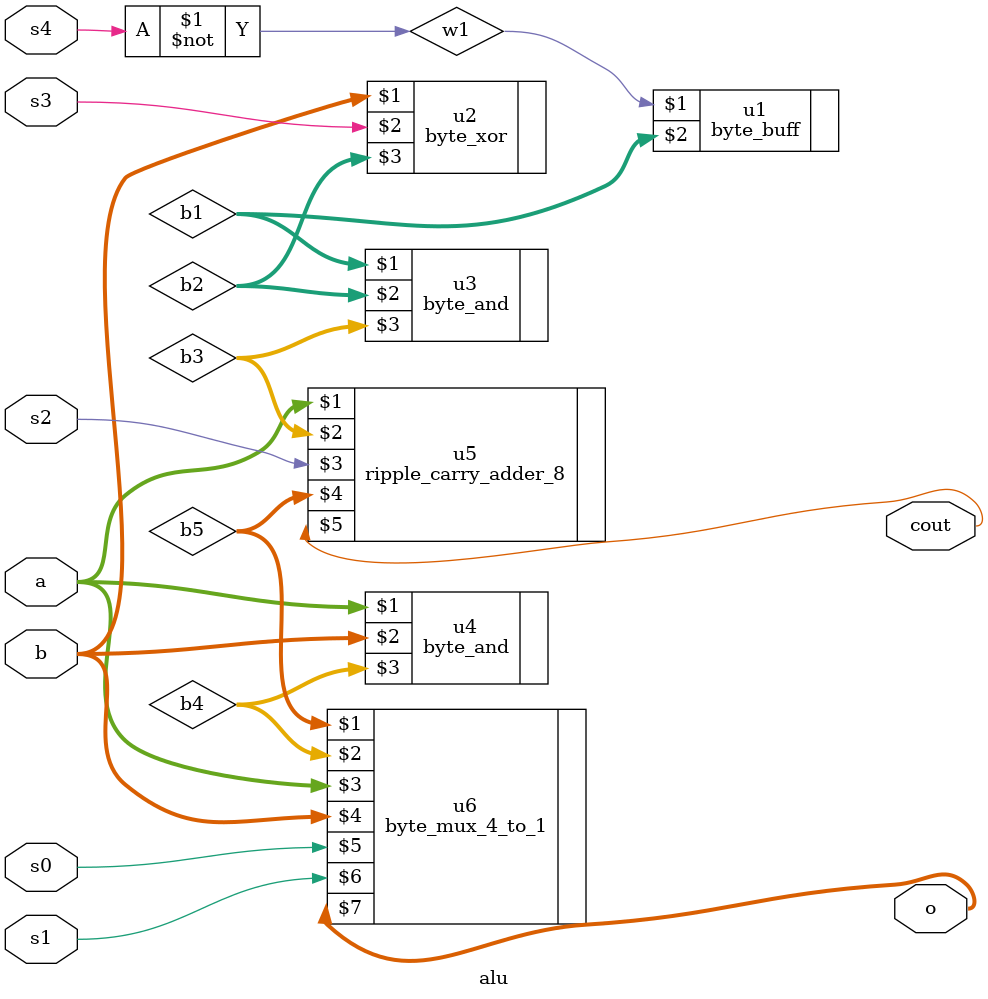
<source format=v>
`timescale 1ns / 1ps
module alu(
    input [7:0] a,
    input [7:0] b,
    input s0,
    input s1,
    input s2,
    input s3,
    input s4,
    output [7:0] o,
    output cout
    );
	 
	 wire w1;
	 wire [7:0] b1,b2,b3,b4,b5;
	 
	 not(w1,s4);
	 byte_buff u1(w1,b1);
	 byte_xor u2(b,s3,b2);
	 byte_and u3(b1,b2,b3);
	 byte_and u4(a,b,b4);
	 ripple_carry_adder_8 u5(a,b3,s2,b5,cout);
	 byte_mux_4_to_1 u6(b5,b4,a,b,s0,s1,o);

endmodule

</source>
